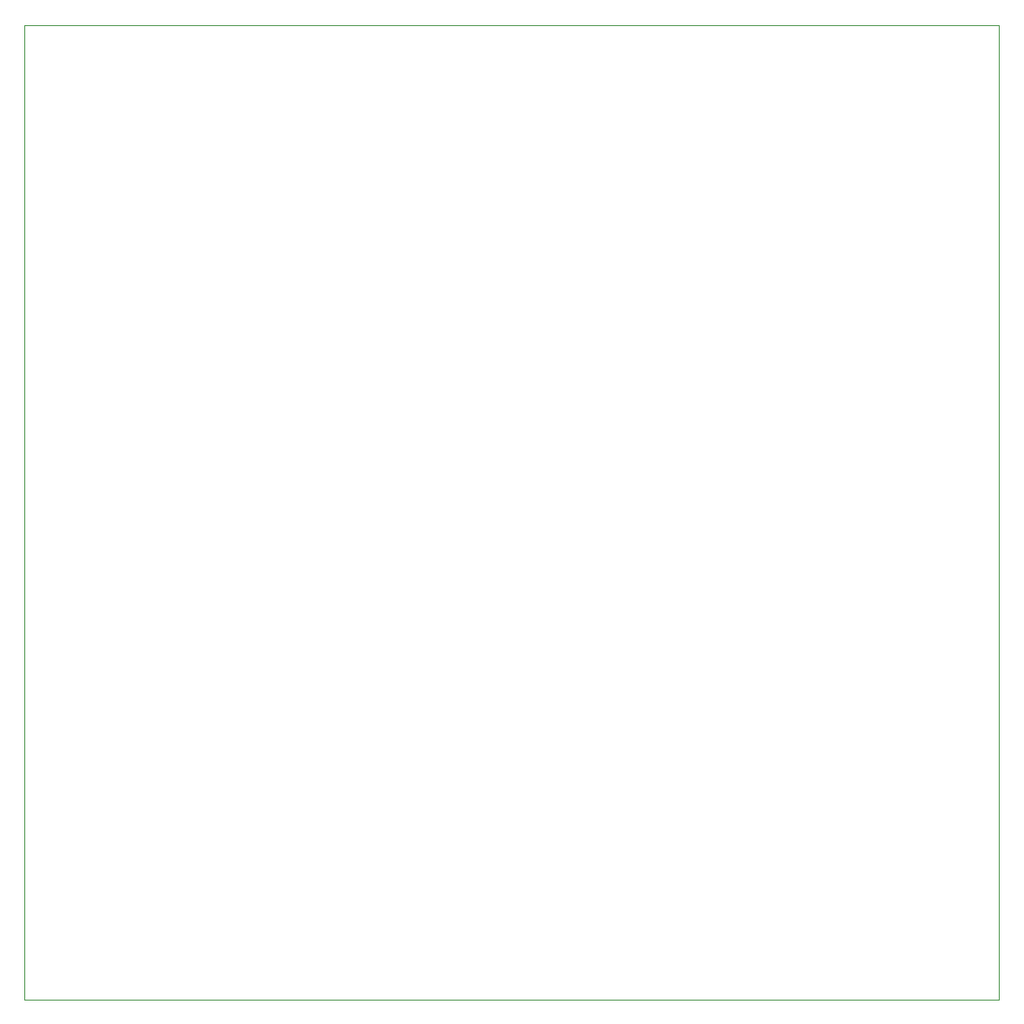
<source format=gm1>
G04 #@! TF.GenerationSoftware,KiCad,Pcbnew,8.0.8-8.0.8-0~ubuntu24.04.1*
G04 #@! TF.CreationDate,2025-02-16T17:20:59-06:00*
G04 #@! TF.ProjectId,SingleBoardComputer,53696e67-6c65-4426-9f61-7264436f6d70,2.0*
G04 #@! TF.SameCoordinates,Original*
G04 #@! TF.FileFunction,Profile,NP*
%FSLAX46Y46*%
G04 Gerber Fmt 4.6, Leading zero omitted, Abs format (unit mm)*
G04 Created by KiCad (PCBNEW 8.0.8-8.0.8-0~ubuntu24.04.1) date 2025-02-16 17:20:59*
%MOMM*%
%LPD*%
G01*
G04 APERTURE LIST*
G04 #@! TA.AperFunction,Profile*
%ADD10C,0.050000*%
G04 #@! TD*
G04 APERTURE END LIST*
D10*
X102860200Y-43340200D02*
X197860200Y-43340200D01*
X197860200Y-138340200D01*
X102860200Y-138340200D01*
X102860200Y-43340200D01*
M02*

</source>
